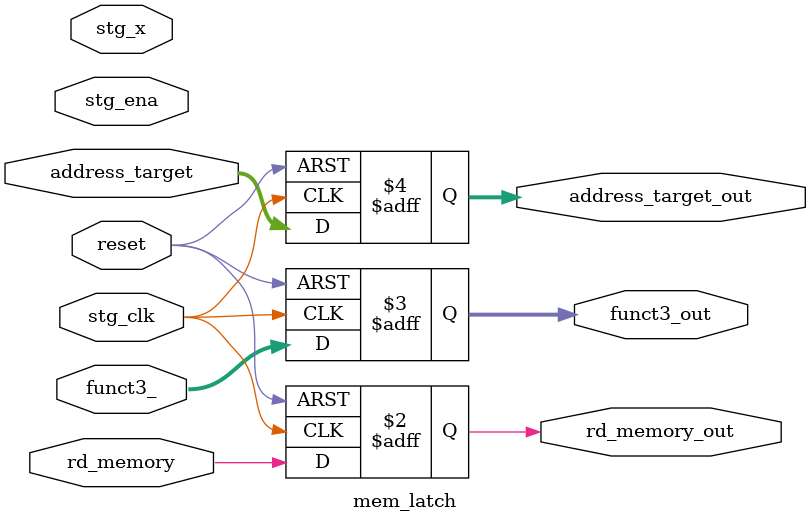
<source format=v>
module mem_latch(
	
	input wire rd_memory,
	input wire [2:0] funct3_,
	input wire [31:0] address_target,
	
	input wire stg_clk,
	input wire stg_ena,
	input wire stg_x,
	input wire reset,
	
	output reg rd_memory_out,
	output reg [2:0] funct3_out,
	output reg [31:0] address_target_out
);

always @(posedge stg_clk or posedge reset) begin
	if(reset) begin
	
		rd_memory_out <= 0;
		funct3_out <= 0;
		address_target_out <= 0;
	end
	else begin
		rd_memory_out <= rd_memory;
		funct3_out <= funct3_;
		address_target_out <= address_target;
	end
end

endmodule
</source>
